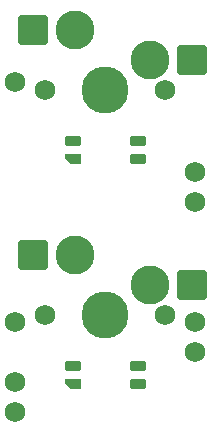
<source format=gbr>
%TF.GenerationSoftware,KiCad,Pcbnew,(6.0.7-1)-1*%
%TF.CreationDate,2022-12-25T16:23:57+07:00*%
%TF.ProjectId,pcb,7063622e-6b69-4636-9164-5f7063625858,rev?*%
%TF.SameCoordinates,Original*%
%TF.FileFunction,Soldermask,Top*%
%TF.FilePolarity,Negative*%
%FSLAX46Y46*%
G04 Gerber Fmt 4.6, Leading zero omitted, Abs format (unit mm)*
G04 Created by KiCad (PCBNEW (6.0.7-1)-1) date 2022-12-25 16:23:57*
%MOMM*%
%LPD*%
G01*
G04 APERTURE LIST*
G04 Aperture macros list*
%AMRoundRect*
0 Rectangle with rounded corners*
0 $1 Rounding radius*
0 $2 $3 $4 $5 $6 $7 $8 $9 X,Y pos of 4 corners*
0 Add a 4 corners polygon primitive as box body*
4,1,4,$2,$3,$4,$5,$6,$7,$8,$9,$2,$3,0*
0 Add four circle primitives for the rounded corners*
1,1,$1+$1,$2,$3*
1,1,$1+$1,$4,$5*
1,1,$1+$1,$6,$7*
1,1,$1+$1,$8,$9*
0 Add four rect primitives between the rounded corners*
20,1,$1+$1,$2,$3,$4,$5,0*
20,1,$1+$1,$4,$5,$6,$7,0*
20,1,$1+$1,$6,$7,$8,$9,0*
20,1,$1+$1,$8,$9,$2,$3,0*%
%AMFreePoly0*
4,1,18,-0.410000,0.265000,0.000000,0.675000,0.328000,0.675000,0.359380,0.668758,0.385983,0.650983,0.403758,0.624380,0.410000,0.593000,0.410000,-0.593000,0.403758,-0.624380,0.385983,-0.650983,0.359380,-0.668758,0.328000,-0.675000,-0.328000,-0.675000,-0.359380,-0.668758,-0.385983,-0.650983,-0.403758,-0.624380,-0.410000,-0.593000,-0.410000,0.265000,-0.410000,0.265000,$1*%
G04 Aperture macros list end*
%ADD10C,1.752600*%
%ADD11C,1.750000*%
%ADD12C,3.987800*%
%ADD13RoundRect,0.250000X-1.025000X-1.000000X1.025000X-1.000000X1.025000X1.000000X-1.025000X1.000000X0*%
%ADD14C,3.300000*%
%ADD15RoundRect,0.082000X0.593000X-0.328000X0.593000X0.328000X-0.593000X0.328000X-0.593000X-0.328000X0*%
%ADD16FreePoly0,90.000000*%
G04 APERTURE END LIST*
D10*
%TO.C,U1*%
X136525000Y-83343750D03*
X136525000Y-80803750D03*
X136525000Y-70643750D03*
X136525000Y-68103750D03*
X121285000Y-60483750D03*
X121285000Y-80803750D03*
X121285000Y-85883750D03*
X121285000Y-88423750D03*
%TD*%
D11*
%TO.C,SW2*%
X123825000Y-80168750D03*
D12*
X128905000Y-80168750D03*
D11*
X133985000Y-80168750D03*
D13*
X136265000Y-77628750D03*
D14*
X132715000Y-77628750D03*
X126365000Y-75088750D03*
D13*
X122815000Y-75088750D03*
%TD*%
D15*
%TO.C,LED1*%
X131630000Y-65448750D03*
X131630000Y-66948750D03*
X126180000Y-65448750D03*
D16*
X126180000Y-66948750D03*
%TD*%
D12*
%TO.C,SW1*%
X128905000Y-61118750D03*
D11*
X123825000Y-61118750D03*
X133985000Y-61118750D03*
D13*
X136265000Y-58578750D03*
D14*
X132715000Y-58578750D03*
D13*
X122815000Y-56038750D03*
D14*
X126365000Y-56038750D03*
%TD*%
D15*
%TO.C,LED2*%
X131630000Y-84498750D03*
X131630000Y-85998750D03*
X126180000Y-84498750D03*
D16*
X126180000Y-85998750D03*
%TD*%
M02*

</source>
